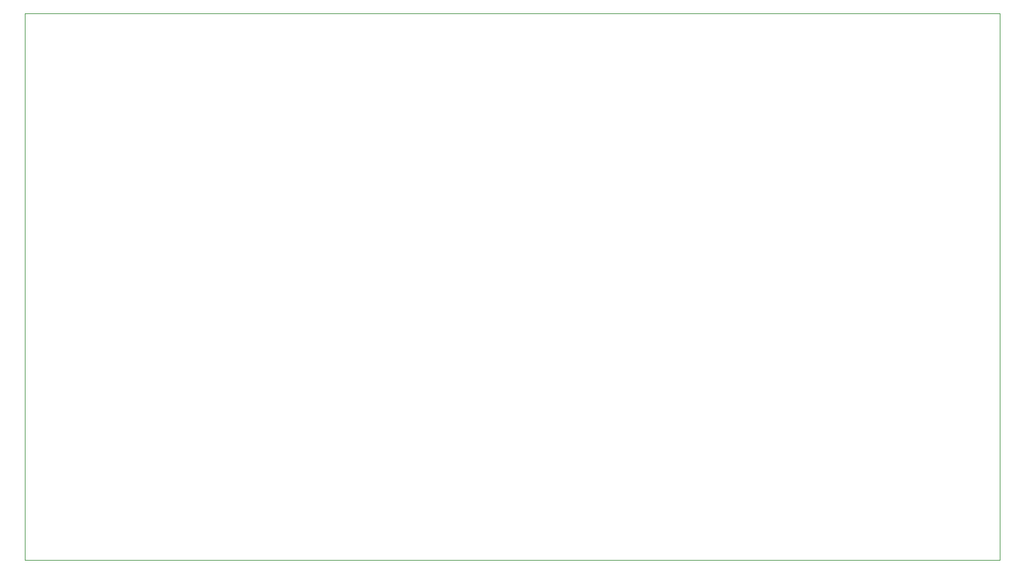
<source format=gbr>
G04 #@! TF.GenerationSoftware,KiCad,Pcbnew,5.99.0-unknown-c3175b4~86~ubuntu16.04.1*
G04 #@! TF.CreationDate,2019-12-02T17:49:09+01:00*
G04 #@! TF.ProjectId,OpenPLC,4f70656e-504c-4432-9e6b-696361645f70,0.01*
G04 #@! TF.SameCoordinates,Original*
G04 #@! TF.FileFunction,Profile,NP*
%FSLAX46Y46*%
G04 Gerber Fmt 4.6, Leading zero omitted, Abs format (unit mm)*
G04 Created by KiCad (PCBNEW 5.99.0-unknown-c3175b4~86~ubuntu16.04.1) date 2019-12-02 17:49:09*
%MOMM*%
%LPD*%
G04 APERTURE LIST*
%ADD10C,0.050000*%
G04 APERTURE END LIST*
D10*
X109575000Y-138152000D02*
X90932000Y-138176000D01*
X220472000Y-65532000D02*
X220472000Y-138176000D01*
X90995500Y-65532000D02*
X220472000Y-65532000D01*
X90932000Y-138176000D02*
X90995500Y-65532000D01*
X109575000Y-138152000D02*
X220472000Y-138176000D01*
M02*

</source>
